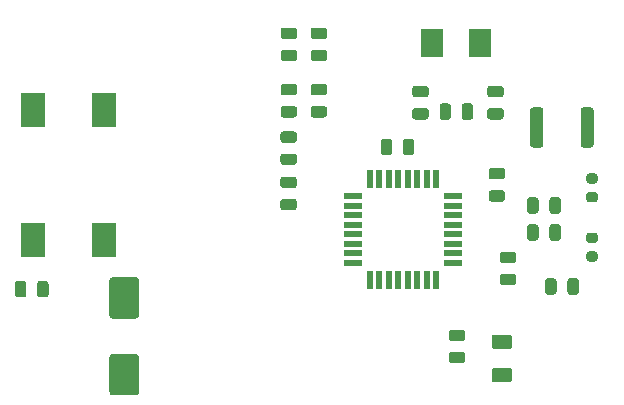
<source format=gtp>
G04 #@! TF.GenerationSoftware,KiCad,Pcbnew,6.0.9+dfsg-1~bpo11+1*
G04 #@! TF.CreationDate,2022-12-02T15:34:07+00:00*
G04 #@! TF.ProjectId,t1,74312e6b-6963-4616-945f-706362585858,${git_hash}*
G04 #@! TF.SameCoordinates,Original*
G04 #@! TF.FileFunction,Paste,Top*
G04 #@! TF.FilePolarity,Positive*
%FSLAX46Y46*%
G04 Gerber Fmt 4.6, Leading zero omitted, Abs format (unit mm)*
G04 Created by KiCad (PCBNEW 6.0.9+dfsg-1~bpo11+1) date 2022-12-02 15:34:07*
%MOMM*%
%LPD*%
G01*
G04 APERTURE LIST*
%ADD10R,2.000000X3.000000*%
%ADD11R,1.900000X2.400000*%
%ADD12R,0.550000X1.600000*%
%ADD13R,1.600000X0.550000*%
G04 APERTURE END LIST*
G36*
G01*
X129835400Y-89894400D02*
X131835400Y-89894400D01*
G75*
G02*
X132085400Y-90144400I0J-250000D01*
G01*
X132085400Y-93144400D01*
G75*
G02*
X131835400Y-93394400I-250000J0D01*
G01*
X129835400Y-93394400D01*
G75*
G02*
X129585400Y-93144400I0J250000D01*
G01*
X129585400Y-90144400D01*
G75*
G02*
X129835400Y-89894400I250000J0D01*
G01*
G37*
G36*
G01*
X129835400Y-96394400D02*
X131835400Y-96394400D01*
G75*
G02*
X132085400Y-96644400I0J-250000D01*
G01*
X132085400Y-99644400D01*
G75*
G02*
X131835400Y-99894400I-250000J0D01*
G01*
X129835400Y-99894400D01*
G75*
G02*
X129585400Y-99644400I0J250000D01*
G01*
X129585400Y-96644400D01*
G75*
G02*
X129835400Y-96394400I250000J0D01*
G01*
G37*
G36*
G01*
X121575000Y-91356250D02*
X121575000Y-90443750D01*
G75*
G02*
X121818750Y-90200000I243750J0D01*
G01*
X122306250Y-90200000D01*
G75*
G02*
X122550000Y-90443750I0J-243750D01*
G01*
X122550000Y-91356250D01*
G75*
G02*
X122306250Y-91600000I-243750J0D01*
G01*
X121818750Y-91600000D01*
G75*
G02*
X121575000Y-91356250I0J243750D01*
G01*
G37*
G36*
G01*
X123450000Y-91356250D02*
X123450000Y-90443750D01*
G75*
G02*
X123693750Y-90200000I243750J0D01*
G01*
X124181250Y-90200000D01*
G75*
G02*
X124425000Y-90443750I0J-243750D01*
G01*
X124425000Y-91356250D01*
G75*
G02*
X124181250Y-91600000I-243750J0D01*
G01*
X123693750Y-91600000D01*
G75*
G02*
X123450000Y-91356250I0J243750D01*
G01*
G37*
G36*
G01*
X161803750Y-73691000D02*
X162716250Y-73691000D01*
G75*
G02*
X162960000Y-73934750I0J-243750D01*
G01*
X162960000Y-74422250D01*
G75*
G02*
X162716250Y-74666000I-243750J0D01*
G01*
X161803750Y-74666000D01*
G75*
G02*
X161560000Y-74422250I0J243750D01*
G01*
X161560000Y-73934750D01*
G75*
G02*
X161803750Y-73691000I243750J0D01*
G01*
G37*
G36*
G01*
X161803750Y-75566000D02*
X162716250Y-75566000D01*
G75*
G02*
X162960000Y-75809750I0J-243750D01*
G01*
X162960000Y-76297250D01*
G75*
G02*
X162716250Y-76541000I-243750J0D01*
G01*
X161803750Y-76541000D01*
G75*
G02*
X161560000Y-76297250I0J243750D01*
G01*
X161560000Y-75809750D01*
G75*
G02*
X161803750Y-75566000I243750J0D01*
G01*
G37*
G36*
G01*
X155453750Y-73691000D02*
X156366250Y-73691000D01*
G75*
G02*
X156610000Y-73934750I0J-243750D01*
G01*
X156610000Y-74422250D01*
G75*
G02*
X156366250Y-74666000I-243750J0D01*
G01*
X155453750Y-74666000D01*
G75*
G02*
X155210000Y-74422250I0J243750D01*
G01*
X155210000Y-73934750D01*
G75*
G02*
X155453750Y-73691000I243750J0D01*
G01*
G37*
G36*
G01*
X155453750Y-75566000D02*
X156366250Y-75566000D01*
G75*
G02*
X156610000Y-75809750I0J-243750D01*
G01*
X156610000Y-76297250D01*
G75*
G02*
X156366250Y-76541000I-243750J0D01*
G01*
X155453750Y-76541000D01*
G75*
G02*
X155210000Y-76297250I0J243750D01*
G01*
X155210000Y-75809750D01*
G75*
G02*
X155453750Y-75566000I243750J0D01*
G01*
G37*
G36*
G01*
X162865750Y-87729000D02*
X163778250Y-87729000D01*
G75*
G02*
X164022000Y-87972750I0J-243750D01*
G01*
X164022000Y-88460250D01*
G75*
G02*
X163778250Y-88704000I-243750J0D01*
G01*
X162865750Y-88704000D01*
G75*
G02*
X162622000Y-88460250I0J243750D01*
G01*
X162622000Y-87972750D01*
G75*
G02*
X162865750Y-87729000I243750J0D01*
G01*
G37*
G36*
G01*
X162865750Y-89604000D02*
X163778250Y-89604000D01*
G75*
G02*
X164022000Y-89847750I0J-243750D01*
G01*
X164022000Y-90335250D01*
G75*
G02*
X163778250Y-90579000I-243750J0D01*
G01*
X162865750Y-90579000D01*
G75*
G02*
X162622000Y-90335250I0J243750D01*
G01*
X162622000Y-89847750D01*
G75*
G02*
X162865750Y-89604000I243750J0D01*
G01*
G37*
G36*
G01*
X152549800Y-79323250D02*
X152549800Y-78410750D01*
G75*
G02*
X152793550Y-78167000I243750J0D01*
G01*
X153281050Y-78167000D01*
G75*
G02*
X153524800Y-78410750I0J-243750D01*
G01*
X153524800Y-79323250D01*
G75*
G02*
X153281050Y-79567000I-243750J0D01*
G01*
X152793550Y-79567000D01*
G75*
G02*
X152549800Y-79323250I0J243750D01*
G01*
G37*
G36*
G01*
X154424800Y-79323250D02*
X154424800Y-78410750D01*
G75*
G02*
X154668550Y-78167000I243750J0D01*
G01*
X155156050Y-78167000D01*
G75*
G02*
X155399800Y-78410750I0J-243750D01*
G01*
X155399800Y-79323250D01*
G75*
G02*
X155156050Y-79567000I-243750J0D01*
G01*
X154668550Y-79567000D01*
G75*
G02*
X154424800Y-79323250I0J243750D01*
G01*
G37*
G36*
G01*
X145210850Y-80393600D02*
X144298350Y-80393600D01*
G75*
G02*
X144054600Y-80149850I0J243750D01*
G01*
X144054600Y-79662350D01*
G75*
G02*
X144298350Y-79418600I243750J0D01*
G01*
X145210850Y-79418600D01*
G75*
G02*
X145454600Y-79662350I0J-243750D01*
G01*
X145454600Y-80149850D01*
G75*
G02*
X145210850Y-80393600I-243750J0D01*
G01*
G37*
G36*
G01*
X145210850Y-78518600D02*
X144298350Y-78518600D01*
G75*
G02*
X144054600Y-78274850I0J243750D01*
G01*
X144054600Y-77787350D01*
G75*
G02*
X144298350Y-77543600I243750J0D01*
G01*
X145210850Y-77543600D01*
G75*
G02*
X145454600Y-77787350I0J-243750D01*
G01*
X145454600Y-78274850D01*
G75*
G02*
X145210850Y-78518600I-243750J0D01*
G01*
G37*
G36*
G01*
X163439000Y-98799000D02*
X162189000Y-98799000D01*
G75*
G02*
X161939000Y-98549000I0J250000D01*
G01*
X161939000Y-97799000D01*
G75*
G02*
X162189000Y-97549000I250000J0D01*
G01*
X163439000Y-97549000D01*
G75*
G02*
X163689000Y-97799000I0J-250000D01*
G01*
X163689000Y-98549000D01*
G75*
G02*
X163439000Y-98799000I-250000J0D01*
G01*
G37*
G36*
G01*
X163439000Y-95999000D02*
X162189000Y-95999000D01*
G75*
G02*
X161939000Y-95749000I0J250000D01*
G01*
X161939000Y-94999000D01*
G75*
G02*
X162189000Y-94749000I250000J0D01*
G01*
X163439000Y-94749000D01*
G75*
G02*
X163689000Y-94999000I0J-250000D01*
G01*
X163689000Y-95749000D01*
G75*
G02*
X163439000Y-95999000I-250000J0D01*
G01*
G37*
G36*
G01*
X147776250Y-76375000D02*
X146863750Y-76375000D01*
G75*
G02*
X146620000Y-76131250I0J243750D01*
G01*
X146620000Y-75643750D01*
G75*
G02*
X146863750Y-75400000I243750J0D01*
G01*
X147776250Y-75400000D01*
G75*
G02*
X148020000Y-75643750I0J-243750D01*
G01*
X148020000Y-76131250D01*
G75*
G02*
X147776250Y-76375000I-243750J0D01*
G01*
G37*
G36*
G01*
X147776250Y-74500000D02*
X146863750Y-74500000D01*
G75*
G02*
X146620000Y-74256250I0J243750D01*
G01*
X146620000Y-73768750D01*
G75*
G02*
X146863750Y-73525000I243750J0D01*
G01*
X147776250Y-73525000D01*
G75*
G02*
X148020000Y-73768750I0J-243750D01*
G01*
X148020000Y-74256250D01*
G75*
G02*
X147776250Y-74500000I-243750J0D01*
G01*
G37*
G36*
G01*
X145236250Y-76375000D02*
X144323750Y-76375000D01*
G75*
G02*
X144080000Y-76131250I0J243750D01*
G01*
X144080000Y-75643750D01*
G75*
G02*
X144323750Y-75400000I243750J0D01*
G01*
X145236250Y-75400000D01*
G75*
G02*
X145480000Y-75643750I0J-243750D01*
G01*
X145480000Y-76131250D01*
G75*
G02*
X145236250Y-76375000I-243750J0D01*
G01*
G37*
G36*
G01*
X145236250Y-74500000D02*
X144323750Y-74500000D01*
G75*
G02*
X144080000Y-74256250I0J243750D01*
G01*
X144080000Y-73768750D01*
G75*
G02*
X144323750Y-73525000I243750J0D01*
G01*
X145236250Y-73525000D01*
G75*
G02*
X145480000Y-73768750I0J-243750D01*
G01*
X145480000Y-74256250D01*
G75*
G02*
X145236250Y-74500000I-243750J0D01*
G01*
G37*
G36*
G01*
X165194000Y-78666000D02*
X165194000Y-75766000D01*
G75*
G02*
X165444000Y-75516000I250000J0D01*
G01*
X166069000Y-75516000D01*
G75*
G02*
X166319000Y-75766000I0J-250000D01*
G01*
X166319000Y-78666000D01*
G75*
G02*
X166069000Y-78916000I-250000J0D01*
G01*
X165444000Y-78916000D01*
G75*
G02*
X165194000Y-78666000I0J250000D01*
G01*
G37*
G36*
G01*
X169469000Y-78666000D02*
X169469000Y-75766000D01*
G75*
G02*
X169719000Y-75516000I250000J0D01*
G01*
X170344000Y-75516000D01*
G75*
G02*
X170594000Y-75766000I0J-250000D01*
G01*
X170594000Y-78666000D01*
G75*
G02*
X170344000Y-78916000I-250000J0D01*
G01*
X169719000Y-78916000D01*
G75*
G02*
X169469000Y-78666000I0J250000D01*
G01*
G37*
G36*
G01*
X169319000Y-90221750D02*
X169319000Y-91134250D01*
G75*
G02*
X169075250Y-91378000I-243750J0D01*
G01*
X168587750Y-91378000D01*
G75*
G02*
X168344000Y-91134250I0J243750D01*
G01*
X168344000Y-90221750D01*
G75*
G02*
X168587750Y-89978000I243750J0D01*
G01*
X169075250Y-89978000D01*
G75*
G02*
X169319000Y-90221750I0J-243750D01*
G01*
G37*
G36*
G01*
X167444000Y-90221750D02*
X167444000Y-91134250D01*
G75*
G02*
X167200250Y-91378000I-243750J0D01*
G01*
X166712750Y-91378000D01*
G75*
G02*
X166469000Y-91134250I0J243750D01*
G01*
X166469000Y-90221750D01*
G75*
G02*
X166712750Y-89978000I243750J0D01*
G01*
X167200250Y-89978000D01*
G75*
G02*
X167444000Y-90221750I0J-243750D01*
G01*
G37*
D10*
X123100000Y-75700000D03*
X129100000Y-75700000D03*
X129100000Y-86700000D03*
X123100000Y-86700000D03*
G36*
G01*
X164945000Y-86562250D02*
X164945000Y-85649750D01*
G75*
G02*
X165188750Y-85406000I243750J0D01*
G01*
X165676250Y-85406000D01*
G75*
G02*
X165920000Y-85649750I0J-243750D01*
G01*
X165920000Y-86562250D01*
G75*
G02*
X165676250Y-86806000I-243750J0D01*
G01*
X165188750Y-86806000D01*
G75*
G02*
X164945000Y-86562250I0J243750D01*
G01*
G37*
G36*
G01*
X166820000Y-86562250D02*
X166820000Y-85649750D01*
G75*
G02*
X167063750Y-85406000I243750J0D01*
G01*
X167551250Y-85406000D01*
G75*
G02*
X167795000Y-85649750I0J-243750D01*
G01*
X167795000Y-86562250D01*
G75*
G02*
X167551250Y-86806000I-243750J0D01*
G01*
X167063750Y-86806000D01*
G75*
G02*
X166820000Y-86562250I0J243750D01*
G01*
G37*
G36*
G01*
X164945000Y-84276250D02*
X164945000Y-83363750D01*
G75*
G02*
X165188750Y-83120000I243750J0D01*
G01*
X165676250Y-83120000D01*
G75*
G02*
X165920000Y-83363750I0J-243750D01*
G01*
X165920000Y-84276250D01*
G75*
G02*
X165676250Y-84520000I-243750J0D01*
G01*
X165188750Y-84520000D01*
G75*
G02*
X164945000Y-84276250I0J243750D01*
G01*
G37*
G36*
G01*
X166820000Y-84276250D02*
X166820000Y-83363750D01*
G75*
G02*
X167063750Y-83120000I243750J0D01*
G01*
X167551250Y-83120000D01*
G75*
G02*
X167795000Y-83363750I0J-243750D01*
G01*
X167795000Y-84276250D01*
G75*
G02*
X167551250Y-84520000I-243750J0D01*
G01*
X167063750Y-84520000D01*
G75*
G02*
X166820000Y-84276250I0J243750D01*
G01*
G37*
G36*
G01*
X160383000Y-75421750D02*
X160383000Y-76334250D01*
G75*
G02*
X160139250Y-76578000I-243750J0D01*
G01*
X159651750Y-76578000D01*
G75*
G02*
X159408000Y-76334250I0J243750D01*
G01*
X159408000Y-75421750D01*
G75*
G02*
X159651750Y-75178000I243750J0D01*
G01*
X160139250Y-75178000D01*
G75*
G02*
X160383000Y-75421750I0J-243750D01*
G01*
G37*
G36*
G01*
X158508000Y-75421750D02*
X158508000Y-76334250D01*
G75*
G02*
X158264250Y-76578000I-243750J0D01*
G01*
X157776750Y-76578000D01*
G75*
G02*
X157533000Y-76334250I0J243750D01*
G01*
X157533000Y-75421750D01*
G75*
G02*
X157776750Y-75178000I243750J0D01*
G01*
X158264250Y-75178000D01*
G75*
G02*
X158508000Y-75421750I0J-243750D01*
G01*
G37*
G36*
G01*
X159460250Y-97183000D02*
X158547750Y-97183000D01*
G75*
G02*
X158304000Y-96939250I0J243750D01*
G01*
X158304000Y-96451750D01*
G75*
G02*
X158547750Y-96208000I243750J0D01*
G01*
X159460250Y-96208000D01*
G75*
G02*
X159704000Y-96451750I0J-243750D01*
G01*
X159704000Y-96939250D01*
G75*
G02*
X159460250Y-97183000I-243750J0D01*
G01*
G37*
G36*
G01*
X159460250Y-95308000D02*
X158547750Y-95308000D01*
G75*
G02*
X158304000Y-95064250I0J243750D01*
G01*
X158304000Y-94576750D01*
G75*
G02*
X158547750Y-94333000I243750J0D01*
G01*
X159460250Y-94333000D01*
G75*
G02*
X159704000Y-94576750I0J-243750D01*
G01*
X159704000Y-95064250D01*
G75*
G02*
X159460250Y-95308000I-243750J0D01*
G01*
G37*
G36*
G01*
X144298350Y-81379000D02*
X145210850Y-81379000D01*
G75*
G02*
X145454600Y-81622750I0J-243750D01*
G01*
X145454600Y-82110250D01*
G75*
G02*
X145210850Y-82354000I-243750J0D01*
G01*
X144298350Y-82354000D01*
G75*
G02*
X144054600Y-82110250I0J243750D01*
G01*
X144054600Y-81622750D01*
G75*
G02*
X144298350Y-81379000I243750J0D01*
G01*
G37*
G36*
G01*
X144298350Y-83254000D02*
X145210850Y-83254000D01*
G75*
G02*
X145454600Y-83497750I0J-243750D01*
G01*
X145454600Y-83985250D01*
G75*
G02*
X145210850Y-84229000I-243750J0D01*
G01*
X144298350Y-84229000D01*
G75*
G02*
X144054600Y-83985250I0J243750D01*
G01*
X144054600Y-83497750D01*
G75*
G02*
X144298350Y-83254000I243750J0D01*
G01*
G37*
G36*
G01*
X146863750Y-68749800D02*
X147776250Y-68749800D01*
G75*
G02*
X148020000Y-68993550I0J-243750D01*
G01*
X148020000Y-69481050D01*
G75*
G02*
X147776250Y-69724800I-243750J0D01*
G01*
X146863750Y-69724800D01*
G75*
G02*
X146620000Y-69481050I0J243750D01*
G01*
X146620000Y-68993550D01*
G75*
G02*
X146863750Y-68749800I243750J0D01*
G01*
G37*
G36*
G01*
X146863750Y-70624800D02*
X147776250Y-70624800D01*
G75*
G02*
X148020000Y-70868550I0J-243750D01*
G01*
X148020000Y-71356050D01*
G75*
G02*
X147776250Y-71599800I-243750J0D01*
G01*
X146863750Y-71599800D01*
G75*
G02*
X146620000Y-71356050I0J243750D01*
G01*
X146620000Y-70868550D01*
G75*
G02*
X146863750Y-70624800I243750J0D01*
G01*
G37*
G36*
G01*
X144323750Y-68749800D02*
X145236250Y-68749800D01*
G75*
G02*
X145480000Y-68993550I0J-243750D01*
G01*
X145480000Y-69481050D01*
G75*
G02*
X145236250Y-69724800I-243750J0D01*
G01*
X144323750Y-69724800D01*
G75*
G02*
X144080000Y-69481050I0J243750D01*
G01*
X144080000Y-68993550D01*
G75*
G02*
X144323750Y-68749800I243750J0D01*
G01*
G37*
G36*
G01*
X144323750Y-70624800D02*
X145236250Y-70624800D01*
G75*
G02*
X145480000Y-70868550I0J-243750D01*
G01*
X145480000Y-71356050D01*
G75*
G02*
X145236250Y-71599800I-243750J0D01*
G01*
X144323750Y-71599800D01*
G75*
G02*
X144080000Y-71356050I0J243750D01*
G01*
X144080000Y-70868550D01*
G75*
G02*
X144323750Y-70624800I243750J0D01*
G01*
G37*
G36*
G01*
X170177750Y-86125500D02*
X170690250Y-86125500D01*
G75*
G02*
X170909000Y-86344250I0J-218750D01*
G01*
X170909000Y-86781750D01*
G75*
G02*
X170690250Y-87000500I-218750J0D01*
G01*
X170177750Y-87000500D01*
G75*
G02*
X169959000Y-86781750I0J218750D01*
G01*
X169959000Y-86344250D01*
G75*
G02*
X170177750Y-86125500I218750J0D01*
G01*
G37*
G36*
G01*
X170177750Y-87700500D02*
X170690250Y-87700500D01*
G75*
G02*
X170909000Y-87919250I0J-218750D01*
G01*
X170909000Y-88356750D01*
G75*
G02*
X170690250Y-88575500I-218750J0D01*
G01*
X170177750Y-88575500D01*
G75*
G02*
X169959000Y-88356750I0J218750D01*
G01*
X169959000Y-87919250D01*
G75*
G02*
X170177750Y-87700500I218750J0D01*
G01*
G37*
D11*
X160977800Y-70027800D03*
X156877800Y-70027800D03*
D12*
X157232000Y-81602000D03*
X156432000Y-81602000D03*
X155632000Y-81602000D03*
X154832000Y-81602000D03*
X154032000Y-81602000D03*
X153232000Y-81602000D03*
X152432000Y-81602000D03*
X151632000Y-81602000D03*
D13*
X150182000Y-83052000D03*
X150182000Y-83852000D03*
X150182000Y-84652000D03*
X150182000Y-85452000D03*
X150182000Y-86252000D03*
X150182000Y-87052000D03*
X150182000Y-87852000D03*
X150182000Y-88652000D03*
D12*
X151632000Y-90102000D03*
X152432000Y-90102000D03*
X153232000Y-90102000D03*
X154032000Y-90102000D03*
X154832000Y-90102000D03*
X155632000Y-90102000D03*
X156432000Y-90102000D03*
X157232000Y-90102000D03*
D13*
X158682000Y-88652000D03*
X158682000Y-87852000D03*
X158682000Y-87052000D03*
X158682000Y-86252000D03*
X158682000Y-85452000D03*
X158682000Y-84652000D03*
X158682000Y-83852000D03*
X158682000Y-83052000D03*
G36*
G01*
X170690250Y-83546400D02*
X170177750Y-83546400D01*
G75*
G02*
X169959000Y-83327650I0J218750D01*
G01*
X169959000Y-82890150D01*
G75*
G02*
X170177750Y-82671400I218750J0D01*
G01*
X170690250Y-82671400D01*
G75*
G02*
X170909000Y-82890150I0J-218750D01*
G01*
X170909000Y-83327650D01*
G75*
G02*
X170690250Y-83546400I-218750J0D01*
G01*
G37*
G36*
G01*
X170690250Y-81971400D02*
X170177750Y-81971400D01*
G75*
G02*
X169959000Y-81752650I0J218750D01*
G01*
X169959000Y-81315150D01*
G75*
G02*
X170177750Y-81096400I218750J0D01*
G01*
X170690250Y-81096400D01*
G75*
G02*
X170909000Y-81315150I0J-218750D01*
G01*
X170909000Y-81752650D01*
G75*
G02*
X170690250Y-81971400I-218750J0D01*
G01*
G37*
G36*
G01*
X162838450Y-83492400D02*
X161925950Y-83492400D01*
G75*
G02*
X161682200Y-83248650I0J243750D01*
G01*
X161682200Y-82761150D01*
G75*
G02*
X161925950Y-82517400I243750J0D01*
G01*
X162838450Y-82517400D01*
G75*
G02*
X163082200Y-82761150I0J-243750D01*
G01*
X163082200Y-83248650D01*
G75*
G02*
X162838450Y-83492400I-243750J0D01*
G01*
G37*
G36*
G01*
X162838450Y-81617400D02*
X161925950Y-81617400D01*
G75*
G02*
X161682200Y-81373650I0J243750D01*
G01*
X161682200Y-80886150D01*
G75*
G02*
X161925950Y-80642400I243750J0D01*
G01*
X162838450Y-80642400D01*
G75*
G02*
X163082200Y-80886150I0J-243750D01*
G01*
X163082200Y-81373650D01*
G75*
G02*
X162838450Y-81617400I-243750J0D01*
G01*
G37*
M02*

</source>
